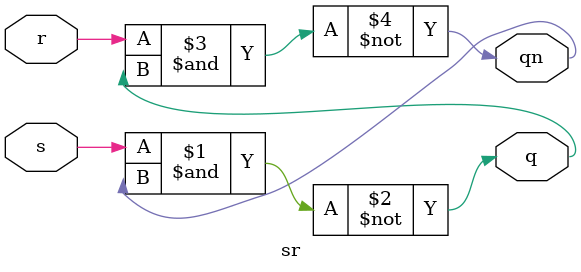
<source format=v>
`timescale 1ns / 1ps


// NOTE: Could not get this to latch for some reason
module sr (s,r,q,qn);
input s, r;
output q, qn;

assign #10 q = ~(s & qn);
assign #10 qn = ~(r & q);

endmodule
</source>
